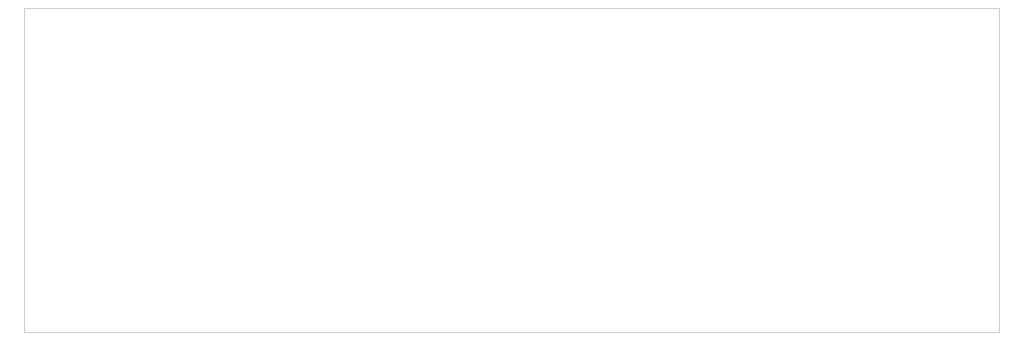
<source format=gbr>
%TF.GenerationSoftware,KiCad,Pcbnew,8.0.8-8.0.8-0~ubuntu22.04.1*%
%TF.CreationDate,2025-02-20T20:21:33-08:00*%
%TF.ProjectId,InverterBoostConverter,496e7665-7274-4657-9242-6f6f7374436f,rev?*%
%TF.SameCoordinates,Original*%
%TF.FileFunction,Profile,NP*%
%FSLAX46Y46*%
G04 Gerber Fmt 4.6, Leading zero omitted, Abs format (unit mm)*
G04 Created by KiCad (PCBNEW 8.0.8-8.0.8-0~ubuntu22.04.1) date 2025-02-20 20:21:33*
%MOMM*%
%LPD*%
G01*
G04 APERTURE LIST*
%TA.AperFunction,Profile*%
%ADD10C,0.200000*%
%TD*%
G04 APERTURE END LIST*
D10*
X0Y0D02*
X450000000Y0D01*
X450000000Y-150000000D01*
X0Y-150000000D01*
X0Y0D01*
M02*

</source>
